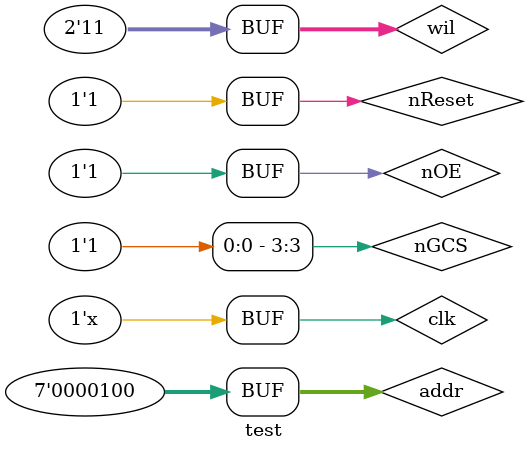
<source format=v>
`timescale 1ns/1ns
module test;

reg clock,clk,nReset,hpirdy;
reg nFCE,nFWE,nFRE,nOE,nWE;
reg vp2clk0,vp2clk1,vp2ctl0,vp2ctl1,vp2ctl2;
wire vCLK,Hs,Vs,De;
wire clkout,nWAIT;
reg [8:2] addr;      
wire [7:0] data;
reg [5:0] nGCS;
reg [1:0] wil;

initial
begin
nReset = 1;
clk = 1;
wil=2'b11;
nGCS[3]=1;
nOE=1;

# 100 nReset = 0;
# 100 nReset = 1;

# 2000 wil=2'b01;# 2000 wil=2'b11;
# 2000 wil=2'b10;# 2000 wil=2'b11;
# 2000 wil=2'b01;# 2000 wil=2'b11;
# 2000 wil=2'b01;# 2000 wil=2'b11;
# 2000 wil=2'b10;# 2000 wil=2'b11;
# 2000 wil=2'b01;# 2000 wil=2'b11;
# 2000 wil=2'b01;# 2000 wil=2'b11;
# 2000 wil=2'b10;# 2000 wil=2'b11;

# 2000 wil=2'b10;# 2000 wil=2'b11;
# 2000 wil=2'b10;# 2000 wil=2'b11;
# 2000 wil=2'b10;# 2000 wil=2'b11;
# 2000 wil=2'b10;# 2000 wil=2'b11;
# 2000 wil=2'b01;# 2000 wil=2'b11;
# 2000 wil=2'b01;# 2000 wil=2'b11;
# 2000 wil=2'b10;# 2000 wil=2'b11;
# 2000 wil=2'b01;# 2000 wil=2'b11;

# 2000 wil=2'b01;# 2000 wil=2'b11;
# 2000 wil=2'b10;# 2000 wil=2'b11;
# 2000 wil=2'b01;# 2000 wil=2'b11;
# 2000 wil=2'b10;# 2000 wil=2'b11;
# 2000 wil=2'b01;# 2000 wil=2'b11;
# 2000 wil=2'b01;# 2000 wil=2'b11;
# 2000 wil=2'b10;# 2000 wil=2'b11;
# 2000 wil=2'b10;# 2000 wil=2'b11;

# 2000 wil=2'b01;# 2000 wil=2'b11;
# 2000 wil=2'b10;# 2000 wil=2'b11;

//µÚ¶þ¸öÎ¤¸ù
#100000 wil=2'b01;# 2000 wil=2'b11;
# 2000 wil=2'b10;# 2000 wil=2'b11;
# 2000 wil=2'b01;# 2000 wil=2'b11;
# 2000 wil=2'b01;# 2000 wil=2'b11;
# 2000 wil=2'b10;# 2000 wil=2'b11;
# 2000 wil=2'b01;# 2000 wil=2'b11;
# 2000 wil=2'b01;# 2000 wil=2'b11;
# 2000 wil=2'b10;# 2000 wil=2'b11;

# 2000 wil=2'b10;# 2000 wil=2'b11;
# 2000 wil=2'b10;# 2000 wil=2'b11;
# 2000 wil=2'b10;# 2000 wil=2'b11;
# 2000 wil=2'b10;# 2000 wil=2'b11;
# 2000 wil=2'b01;# 2000 wil=2'b11;
# 2000 wil=2'b01;# 2000 wil=2'b11;
# 2000 wil=2'b10;# 2000 wil=2'b11;
# 2000 wil=2'b01;# 2000 wil=2'b11;

# 2000 wil=2'b01;# 2000 wil=2'b11;
# 2000 wil=2'b10;# 2000 wil=2'b11;
# 2000 wil=2'b01;# 2000 wil=2'b11;
# 2000 wil=2'b10;# 2000 wil=2'b11;
# 2000 wil=2'b01;# 2000 wil=2'b11;
# 2000 wil=2'b01;# 2000 wil=2'b11;
# 2000 wil=2'b10;# 2000 wil=2'b11;
# 2000 wil=2'b10;# 2000 wil=2'b11;

# 2000 wil=2'b01;# 2000 wil=2'b11;
# 2000 wil=2'b10;# 2000 wil=2'b11;


#100 nGCS[3]=0;
#10 nOE=0;
addr=1;
#100 nGCS[3]=1;
nOE=1;

#100 nGCS[3]=0;
#10 nOE=0;
addr=2;
#100 nGCS[3]=1;
nOE=1;

#100 nGCS[3]=0;
#10 nOE=0;
addr=3;
#100 nGCS[3]=1;
nOE=1;

#100 nGCS[3]=0;
#10 nOE=0;
addr=4;
#100 nGCS[3]=1;
nOE=1;

end
always
#1 clk = ~clk;

pld aa(.clock(clock),.clk(clk),.nReset(nReset),.hpirdy(hpirdy),.nEXTBUS(nEXTBUS),.BUFDIR(BUFDIR),.BUFDIR1(BUFDIR1),.nFCE(nFCE),.nOE(nOE),.nWE(nWE),.nGCS(nGCS),.nFWE(nFWE),.nFRE(nFRE),.addr(addr),.data(data),.wil(wil),.eint11(eint11),.clkout(clkout),.vp2clk0(vp2clk0),.vp2clk1(vp2clk1),.vp2ctl0(vp2ctl0),.vp2ctl1(vp2ctl1),.vp2ctl2(vp2ctl2),.vCLK(vCLK),.Hs(Hs),.Vs(Vs),.De(De),.nWAIT(nWAIT));
endmodule

</source>
